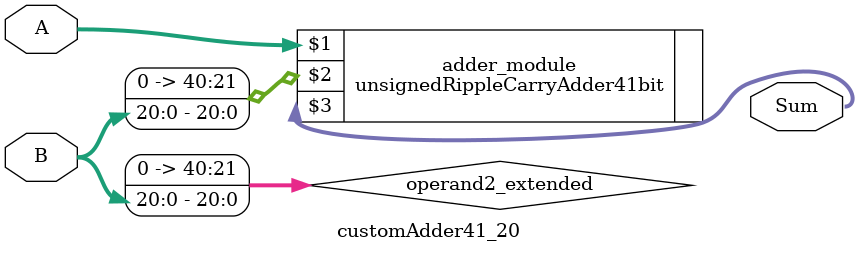
<source format=v>
module customAdder41_20(
                        input [40 : 0] A,
                        input [20 : 0] B,
                        
                        output [41 : 0] Sum
                );

        wire [40 : 0] operand2_extended;
        
        assign operand2_extended =  {20'b0, B};
        
        unsignedRippleCarryAdder41bit adder_module(
            A,
            operand2_extended,
            Sum
        );
        
        endmodule
        
</source>
